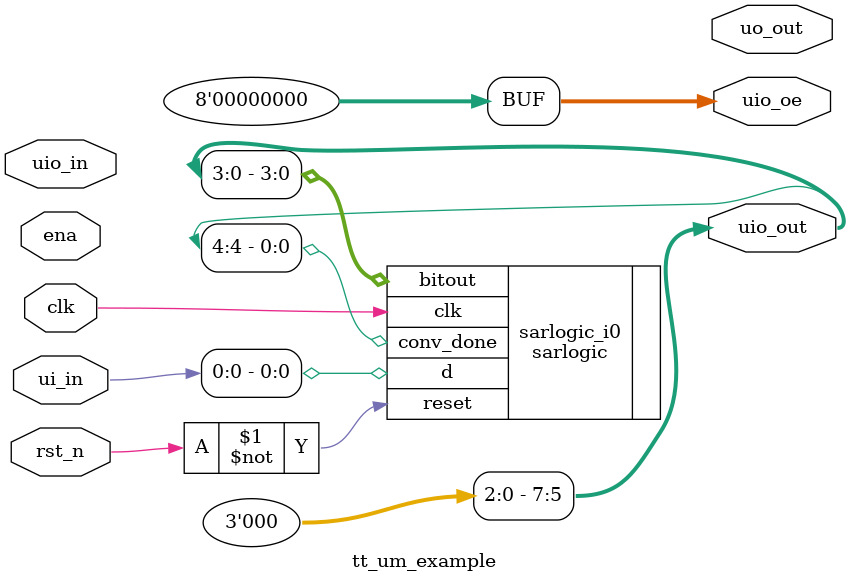
<source format=v>
/*
 * Copyright (c) 2024 Your Name
 * SPDX-License-Identifier: Apache-2.0
 */

`default_nettype none

module tt_um_example (
    input  wire [7:0] ui_in,    // Dedicated inputs
    output wire [7:0] uo_out,   // Dedicated outputs
    input  wire [7:0] uio_in,   // IOs: Input path
    output wire [7:0] uio_out,  // IOs: Output path
    output wire [7:0] uio_oe,   // IOs: Enable path (active high: 0=input, 1=output)
    input  wire       ena,      // always 1 when the design is powered, so you can ignore it
    input  wire       clk,      // clock
    input  wire       rst_n     // reset_n - low to reset
);

  // All output pins must be assigned. If not used, assign to 0.
  // assign uo_out  = ui_in + uio_in;  // Example: ou_out is the sum of ui_in and uio_in
  //  assign uo_out[7:5] = 0;
  assign uio_out[7:5] = 0;
  assign uio_oe  = 0;

  // List all unused inputs to prevent warnings
  // wire _unused = &{ena, clk, rst_n, 1'b0};
    sarlogic sarlogic_i0(
        .clk(clk), 
        .reset(~rst_n), 
        .d(ui_in[0]),
        .bitout(uo_out[7:0]),
        .bitout(uio_out[3:0]),
        .conv_done(uio_out[4]));
endmodule

</source>
